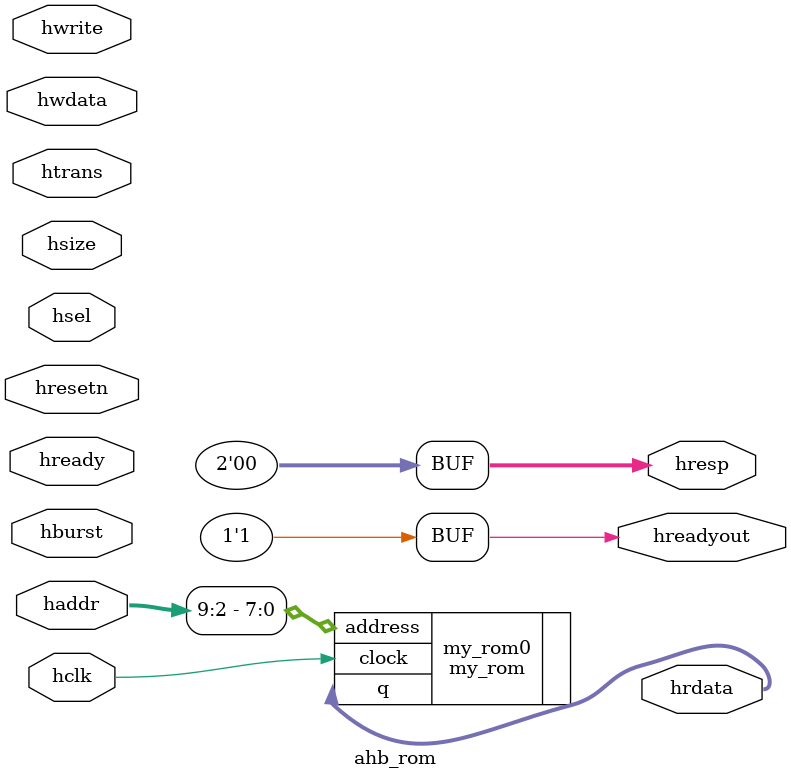
<source format=v>
module  ahb_rom #(
    parameter ADDR_WIDTH = 10
)(
    input   wire                    hclk        ,
    input   wire                    hresetn     ,
    input   wire                    hsel        ,
    input   wire                    hready      ,
    input   wire[           1:0]    htrans      ,
    input   wire[           2:0]    hsize       ,
    input   wire[ADDR_WIDTH-1:0]    haddr       ,
    input   wire[           2:0]    hburst      ,
    input   wire                    hwrite      ,
    input   wire[          31:0]    hwdata      ,
    output  wire                    hreadyout   ,
    output  wire[          31:0]    hrdata      ,
    output  wire[           1:0]    hresp 

);
my_rom my_rom0(
	.address                (haddr[ADDR_WIDTH-1 : 2]),
	.clock                  (hclk),
	.q                      (hrdata)
);

assign hreadyout = 1'b1;
assign hresp     = 2'b00;


	


endmodule
</source>
